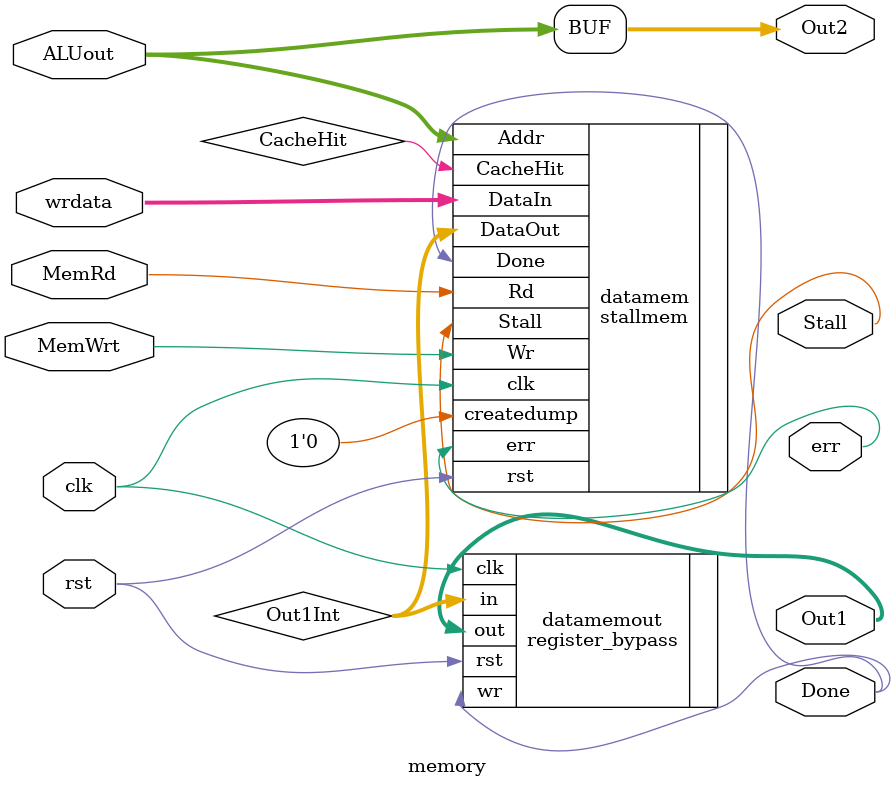
<source format=v>
/*
   CS/ECE 552 Spring '22
  
   Filename        : memory.v
   Description     : This module contains all components in the Memory stage of the 
                     processor.
*/

module memory (// Outputs
   	Out1, Out2, Stall, Done, err,
   	// Inputs
   	ALUout, wrdata, MemRd, MemWrt, clk, rst);

   	// IN/OUT
	input  [15:0] ALUout;
	input  [15:0] wrdata;
	input		  MemRd;
	input 		  MemWrt;
	input		  clk;
	input		  rst;

	output [15:0] Out1;
	output [15:0] Out2;
	output 		  Stall;
	output 		  Done;
	output 		  err;

	// WIRE
	wire [15:0] Out1Int;

	wire		CacheHit;


	//MAIN

	stallmem datamem(.DataOut(Out1Int), .Done(Done), .Stall(Stall), .CacheHit(CacheHit), .err(err), .Addr(ALUout), .DataIn(wrdata), .Rd(MemRd), .Wr(MemWrt), .createdump(1'b0), .clk(clk), .rst(rst));
	register_bypass #(16) datamemout(.in(Out1Int), .out(Out1), .wr(Done), .clk(clk), .rst(rst));


	assign Out2 = ALUout;


   

   
endmodule


</source>
